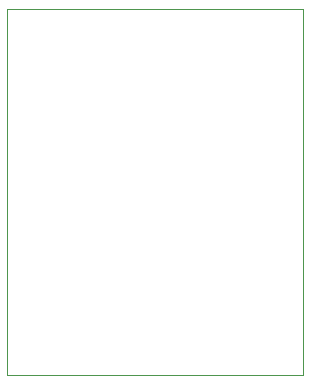
<source format=gbp>
G75*
%MOIN*%
%OFA0B0*%
%FSLAX25Y25*%
%IPPOS*%
%LPD*%
%AMOC8*
5,1,8,0,0,1.08239X$1,22.5*
%
%ADD10C,0.00000*%
D10*
X0020469Y0005737D02*
X0020469Y0127784D01*
X0118894Y0127784D01*
X0118894Y0005737D01*
X0020469Y0005737D01*
M02*

</source>
